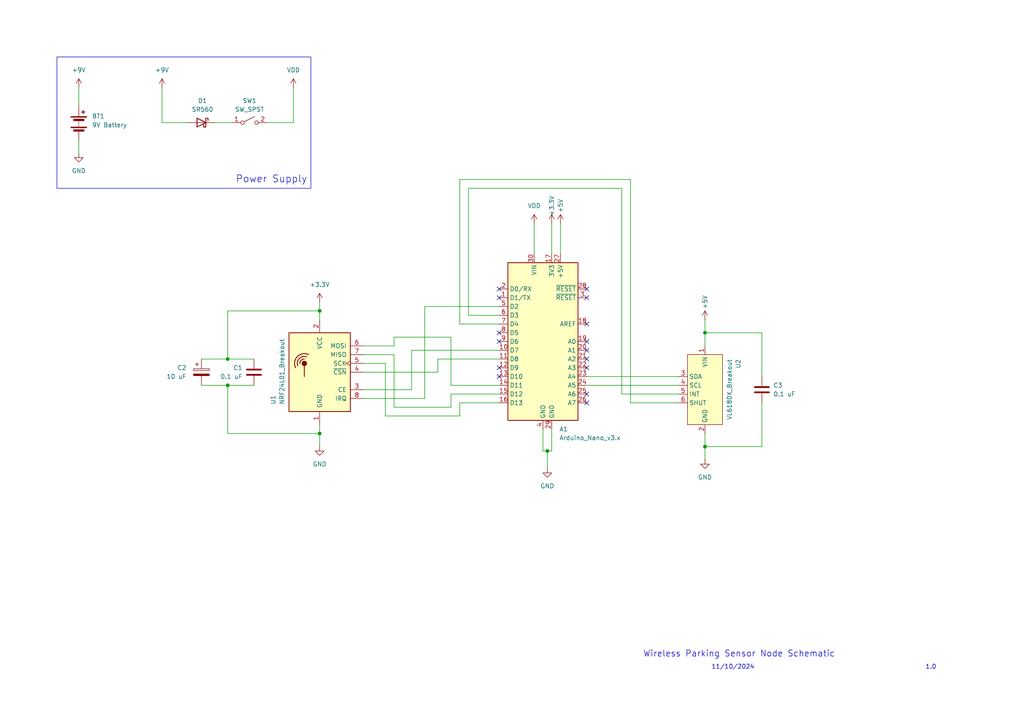
<source format=kicad_sch>
(kicad_sch
	(version 20231120)
	(generator "eeschema")
	(generator_version "8.0")
	(uuid "878885e0-2643-4094-a60f-1ca8dccd980e")
	(paper "A4")
	(lib_symbols
		(symbol "Breakout_Boards:VL6180X_Breakout"
			(exclude_from_sim no)
			(in_bom yes)
			(on_board yes)
			(property "Reference" "U"
				(at -6.604 0 0)
				(effects
					(font
						(size 1.27 1.27)
					)
				)
			)
			(property "Value" "VL6180X_Breakout"
				(at -14.986 -2.032 0)
				(effects
					(font
						(size 1.27 1.27)
					)
				)
			)
			(property "Footprint" "Breakout_Boards:VL6180X_Breakout"
				(at -23.114 -4.318 0)
				(effects
					(font
						(size 1.27 1.27)
					)
					(hide yes)
				)
			)
			(property "Datasheet" ""
				(at -6.35 -5.08 0)
				(effects
					(font
						(size 1.27 1.27)
					)
					(hide yes)
				)
			)
			(property "Description" ""
				(at -6.35 -5.08 0)
				(effects
					(font
						(size 1.27 1.27)
					)
					(hide yes)
				)
			)
			(property "ki_keywords" "distance, sensor, breakout"
				(at 0 0 0)
				(effects
					(font
						(size 1.27 1.27)
					)
					(hide yes)
				)
			)
			(symbol "VL6180X_Breakout_0_1"
				(rectangle
					(start -5.08 10.16)
					(end 5.08 -10.16)
					(stroke
						(width 0)
						(type default)
					)
					(fill
						(type color)
						(color 255 255 194 1)
					)
				)
			)
			(symbol "VL6180X_Breakout_1_1"
				(pin power_in line
					(at 0 12.7 270)
					(length 2.54)
					(name "VIN"
						(effects
							(font
								(size 1.27 1.27)
							)
						)
					)
					(number "1"
						(effects
							(font
								(size 1.27 1.27)
							)
						)
					)
				)
				(pin power_out line
					(at 0 -12.7 90)
					(length 2.54)
					(name "GND"
						(effects
							(font
								(size 1.27 1.27)
							)
						)
					)
					(number "2"
						(effects
							(font
								(size 1.27 1.27)
							)
						)
					)
				)
				(pin bidirectional line
					(at 7.62 3.81 180)
					(length 2.54)
					(name "SDA"
						(effects
							(font
								(size 1.27 1.27)
							)
						)
					)
					(number "3"
						(effects
							(font
								(size 1.27 1.27)
							)
						)
					)
				)
				(pin input line
					(at 7.62 1.27 180)
					(length 2.54)
					(name "SCL"
						(effects
							(font
								(size 1.27 1.27)
							)
						)
					)
					(number "4"
						(effects
							(font
								(size 1.27 1.27)
							)
						)
					)
				)
				(pin output line
					(at 7.62 -1.27 180)
					(length 2.54)
					(name "INT"
						(effects
							(font
								(size 1.27 1.27)
							)
						)
					)
					(number "5"
						(effects
							(font
								(size 1.27 1.27)
							)
						)
					)
				)
				(pin input line
					(at 7.62 -3.81 180)
					(length 2.54)
					(name "SHUT"
						(effects
							(font
								(size 1.27 1.27)
							)
						)
					)
					(number "6"
						(effects
							(font
								(size 1.27 1.27)
							)
						)
					)
				)
			)
		)
		(symbol "Device:Battery"
			(pin_numbers hide)
			(pin_names
				(offset 0) hide)
			(exclude_from_sim no)
			(in_bom yes)
			(on_board yes)
			(property "Reference" "BT"
				(at 2.54 2.54 0)
				(effects
					(font
						(size 1.27 1.27)
					)
					(justify left)
				)
			)
			(property "Value" "Battery"
				(at 2.54 0 0)
				(effects
					(font
						(size 1.27 1.27)
					)
					(justify left)
				)
			)
			(property "Footprint" ""
				(at 0 1.524 90)
				(effects
					(font
						(size 1.27 1.27)
					)
					(hide yes)
				)
			)
			(property "Datasheet" "~"
				(at 0 1.524 90)
				(effects
					(font
						(size 1.27 1.27)
					)
					(hide yes)
				)
			)
			(property "Description" "Multiple-cell battery"
				(at 0 0 0)
				(effects
					(font
						(size 1.27 1.27)
					)
					(hide yes)
				)
			)
			(property "ki_keywords" "batt voltage-source cell"
				(at 0 0 0)
				(effects
					(font
						(size 1.27 1.27)
					)
					(hide yes)
				)
			)
			(symbol "Battery_0_1"
				(rectangle
					(start -2.286 -1.27)
					(end 2.286 -1.524)
					(stroke
						(width 0)
						(type default)
					)
					(fill
						(type outline)
					)
				)
				(rectangle
					(start -2.286 1.778)
					(end 2.286 1.524)
					(stroke
						(width 0)
						(type default)
					)
					(fill
						(type outline)
					)
				)
				(rectangle
					(start -1.524 -2.032)
					(end 1.524 -2.54)
					(stroke
						(width 0)
						(type default)
					)
					(fill
						(type outline)
					)
				)
				(rectangle
					(start -1.524 1.016)
					(end 1.524 0.508)
					(stroke
						(width 0)
						(type default)
					)
					(fill
						(type outline)
					)
				)
				(polyline
					(pts
						(xy 0 -1.016) (xy 0 -0.762)
					)
					(stroke
						(width 0)
						(type default)
					)
					(fill
						(type none)
					)
				)
				(polyline
					(pts
						(xy 0 -0.508) (xy 0 -0.254)
					)
					(stroke
						(width 0)
						(type default)
					)
					(fill
						(type none)
					)
				)
				(polyline
					(pts
						(xy 0 0) (xy 0 0.254)
					)
					(stroke
						(width 0)
						(type default)
					)
					(fill
						(type none)
					)
				)
				(polyline
					(pts
						(xy 0 1.778) (xy 0 2.54)
					)
					(stroke
						(width 0)
						(type default)
					)
					(fill
						(type none)
					)
				)
				(polyline
					(pts
						(xy 0.762 3.048) (xy 1.778 3.048)
					)
					(stroke
						(width 0.254)
						(type default)
					)
					(fill
						(type none)
					)
				)
				(polyline
					(pts
						(xy 1.27 3.556) (xy 1.27 2.54)
					)
					(stroke
						(width 0.254)
						(type default)
					)
					(fill
						(type none)
					)
				)
			)
			(symbol "Battery_1_1"
				(pin passive line
					(at 0 5.08 270)
					(length 2.54)
					(name "+"
						(effects
							(font
								(size 1.27 1.27)
							)
						)
					)
					(number "1"
						(effects
							(font
								(size 1.27 1.27)
							)
						)
					)
				)
				(pin passive line
					(at 0 -5.08 90)
					(length 2.54)
					(name "-"
						(effects
							(font
								(size 1.27 1.27)
							)
						)
					)
					(number "2"
						(effects
							(font
								(size 1.27 1.27)
							)
						)
					)
				)
			)
		)
		(symbol "Device:C"
			(pin_numbers hide)
			(pin_names
				(offset 0.254)
			)
			(exclude_from_sim no)
			(in_bom yes)
			(on_board yes)
			(property "Reference" "C"
				(at 0.635 2.54 0)
				(effects
					(font
						(size 1.27 1.27)
					)
					(justify left)
				)
			)
			(property "Value" "C"
				(at 0.635 -2.54 0)
				(effects
					(font
						(size 1.27 1.27)
					)
					(justify left)
				)
			)
			(property "Footprint" ""
				(at 0.9652 -3.81 0)
				(effects
					(font
						(size 1.27 1.27)
					)
					(hide yes)
				)
			)
			(property "Datasheet" "~"
				(at 0 0 0)
				(effects
					(font
						(size 1.27 1.27)
					)
					(hide yes)
				)
			)
			(property "Description" "Unpolarized capacitor"
				(at 0 0 0)
				(effects
					(font
						(size 1.27 1.27)
					)
					(hide yes)
				)
			)
			(property "ki_keywords" "cap capacitor"
				(at 0 0 0)
				(effects
					(font
						(size 1.27 1.27)
					)
					(hide yes)
				)
			)
			(property "ki_fp_filters" "C_*"
				(at 0 0 0)
				(effects
					(font
						(size 1.27 1.27)
					)
					(hide yes)
				)
			)
			(symbol "C_0_1"
				(polyline
					(pts
						(xy -2.032 -0.762) (xy 2.032 -0.762)
					)
					(stroke
						(width 0.508)
						(type default)
					)
					(fill
						(type none)
					)
				)
				(polyline
					(pts
						(xy -2.032 0.762) (xy 2.032 0.762)
					)
					(stroke
						(width 0.508)
						(type default)
					)
					(fill
						(type none)
					)
				)
			)
			(symbol "C_1_1"
				(pin passive line
					(at 0 3.81 270)
					(length 2.794)
					(name "~"
						(effects
							(font
								(size 1.27 1.27)
							)
						)
					)
					(number "1"
						(effects
							(font
								(size 1.27 1.27)
							)
						)
					)
				)
				(pin passive line
					(at 0 -3.81 90)
					(length 2.794)
					(name "~"
						(effects
							(font
								(size 1.27 1.27)
							)
						)
					)
					(number "2"
						(effects
							(font
								(size 1.27 1.27)
							)
						)
					)
				)
			)
		)
		(symbol "Device:C_Polarized"
			(pin_numbers hide)
			(pin_names
				(offset 0.254)
			)
			(exclude_from_sim no)
			(in_bom yes)
			(on_board yes)
			(property "Reference" "C"
				(at 0.635 2.54 0)
				(effects
					(font
						(size 1.27 1.27)
					)
					(justify left)
				)
			)
			(property "Value" "C_Polarized"
				(at 0.635 -2.54 0)
				(effects
					(font
						(size 1.27 1.27)
					)
					(justify left)
				)
			)
			(property "Footprint" ""
				(at 0.9652 -3.81 0)
				(effects
					(font
						(size 1.27 1.27)
					)
					(hide yes)
				)
			)
			(property "Datasheet" "~"
				(at 0 0 0)
				(effects
					(font
						(size 1.27 1.27)
					)
					(hide yes)
				)
			)
			(property "Description" "Polarized capacitor"
				(at 0 0 0)
				(effects
					(font
						(size 1.27 1.27)
					)
					(hide yes)
				)
			)
			(property "ki_keywords" "cap capacitor"
				(at 0 0 0)
				(effects
					(font
						(size 1.27 1.27)
					)
					(hide yes)
				)
			)
			(property "ki_fp_filters" "CP_*"
				(at 0 0 0)
				(effects
					(font
						(size 1.27 1.27)
					)
					(hide yes)
				)
			)
			(symbol "C_Polarized_0_1"
				(rectangle
					(start -2.286 0.508)
					(end 2.286 1.016)
					(stroke
						(width 0)
						(type default)
					)
					(fill
						(type none)
					)
				)
				(polyline
					(pts
						(xy -1.778 2.286) (xy -0.762 2.286)
					)
					(stroke
						(width 0)
						(type default)
					)
					(fill
						(type none)
					)
				)
				(polyline
					(pts
						(xy -1.27 2.794) (xy -1.27 1.778)
					)
					(stroke
						(width 0)
						(type default)
					)
					(fill
						(type none)
					)
				)
				(rectangle
					(start 2.286 -0.508)
					(end -2.286 -1.016)
					(stroke
						(width 0)
						(type default)
					)
					(fill
						(type outline)
					)
				)
			)
			(symbol "C_Polarized_1_1"
				(pin passive line
					(at 0 3.81 270)
					(length 2.794)
					(name "~"
						(effects
							(font
								(size 1.27 1.27)
							)
						)
					)
					(number "1"
						(effects
							(font
								(size 1.27 1.27)
							)
						)
					)
				)
				(pin passive line
					(at 0 -3.81 90)
					(length 2.794)
					(name "~"
						(effects
							(font
								(size 1.27 1.27)
							)
						)
					)
					(number "2"
						(effects
							(font
								(size 1.27 1.27)
							)
						)
					)
				)
			)
		)
		(symbol "Device:D_Schottky"
			(pin_numbers hide)
			(pin_names
				(offset 1.016) hide)
			(exclude_from_sim no)
			(in_bom yes)
			(on_board yes)
			(property "Reference" "D"
				(at 0 2.54 0)
				(effects
					(font
						(size 1.27 1.27)
					)
				)
			)
			(property "Value" "D_Schottky"
				(at 0 -2.54 0)
				(effects
					(font
						(size 1.27 1.27)
					)
				)
			)
			(property "Footprint" ""
				(at 0 0 0)
				(effects
					(font
						(size 1.27 1.27)
					)
					(hide yes)
				)
			)
			(property "Datasheet" "~"
				(at 0 0 0)
				(effects
					(font
						(size 1.27 1.27)
					)
					(hide yes)
				)
			)
			(property "Description" "Schottky diode"
				(at 0 0 0)
				(effects
					(font
						(size 1.27 1.27)
					)
					(hide yes)
				)
			)
			(property "ki_keywords" "diode Schottky"
				(at 0 0 0)
				(effects
					(font
						(size 1.27 1.27)
					)
					(hide yes)
				)
			)
			(property "ki_fp_filters" "TO-???* *_Diode_* *SingleDiode* D_*"
				(at 0 0 0)
				(effects
					(font
						(size 1.27 1.27)
					)
					(hide yes)
				)
			)
			(symbol "D_Schottky_0_1"
				(polyline
					(pts
						(xy 1.27 0) (xy -1.27 0)
					)
					(stroke
						(width 0)
						(type default)
					)
					(fill
						(type none)
					)
				)
				(polyline
					(pts
						(xy 1.27 1.27) (xy 1.27 -1.27) (xy -1.27 0) (xy 1.27 1.27)
					)
					(stroke
						(width 0.254)
						(type default)
					)
					(fill
						(type none)
					)
				)
				(polyline
					(pts
						(xy -1.905 0.635) (xy -1.905 1.27) (xy -1.27 1.27) (xy -1.27 -1.27) (xy -0.635 -1.27) (xy -0.635 -0.635)
					)
					(stroke
						(width 0.254)
						(type default)
					)
					(fill
						(type none)
					)
				)
			)
			(symbol "D_Schottky_1_1"
				(pin passive line
					(at -3.81 0 0)
					(length 2.54)
					(name "K"
						(effects
							(font
								(size 1.27 1.27)
							)
						)
					)
					(number "1"
						(effects
							(font
								(size 1.27 1.27)
							)
						)
					)
				)
				(pin passive line
					(at 3.81 0 180)
					(length 2.54)
					(name "A"
						(effects
							(font
								(size 1.27 1.27)
							)
						)
					)
					(number "2"
						(effects
							(font
								(size 1.27 1.27)
							)
						)
					)
				)
			)
		)
		(symbol "MCU_Module:Arduino_Nano_v3.x"
			(exclude_from_sim no)
			(in_bom yes)
			(on_board yes)
			(property "Reference" "A"
				(at -10.16 23.495 0)
				(effects
					(font
						(size 1.27 1.27)
					)
					(justify left bottom)
				)
			)
			(property "Value" "Arduino_Nano_v3.x"
				(at 5.08 -24.13 0)
				(effects
					(font
						(size 1.27 1.27)
					)
					(justify left top)
				)
			)
			(property "Footprint" "Module:Arduino_Nano"
				(at 0 0 0)
				(effects
					(font
						(size 1.27 1.27)
						(italic yes)
					)
					(hide yes)
				)
			)
			(property "Datasheet" "http://www.mouser.com/pdfdocs/Gravitech_Arduino_Nano3_0.pdf"
				(at 0 0 0)
				(effects
					(font
						(size 1.27 1.27)
					)
					(hide yes)
				)
			)
			(property "Description" "Arduino Nano v3.x"
				(at 0 0 0)
				(effects
					(font
						(size 1.27 1.27)
					)
					(hide yes)
				)
			)
			(property "ki_keywords" "Arduino nano microcontroller module USB"
				(at 0 0 0)
				(effects
					(font
						(size 1.27 1.27)
					)
					(hide yes)
				)
			)
			(property "ki_fp_filters" "Arduino*Nano*"
				(at 0 0 0)
				(effects
					(font
						(size 1.27 1.27)
					)
					(hide yes)
				)
			)
			(symbol "Arduino_Nano_v3.x_0_1"
				(rectangle
					(start -10.16 22.86)
					(end 10.16 -22.86)
					(stroke
						(width 0.254)
						(type default)
					)
					(fill
						(type background)
					)
				)
			)
			(symbol "Arduino_Nano_v3.x_1_1"
				(pin bidirectional line
					(at -12.7 12.7 0)
					(length 2.54)
					(name "D1/TX"
						(effects
							(font
								(size 1.27 1.27)
							)
						)
					)
					(number "1"
						(effects
							(font
								(size 1.27 1.27)
							)
						)
					)
				)
				(pin bidirectional line
					(at -12.7 -2.54 0)
					(length 2.54)
					(name "D7"
						(effects
							(font
								(size 1.27 1.27)
							)
						)
					)
					(number "10"
						(effects
							(font
								(size 1.27 1.27)
							)
						)
					)
				)
				(pin bidirectional line
					(at -12.7 -5.08 0)
					(length 2.54)
					(name "D8"
						(effects
							(font
								(size 1.27 1.27)
							)
						)
					)
					(number "11"
						(effects
							(font
								(size 1.27 1.27)
							)
						)
					)
				)
				(pin bidirectional line
					(at -12.7 -7.62 0)
					(length 2.54)
					(name "D9"
						(effects
							(font
								(size 1.27 1.27)
							)
						)
					)
					(number "12"
						(effects
							(font
								(size 1.27 1.27)
							)
						)
					)
				)
				(pin bidirectional line
					(at -12.7 -10.16 0)
					(length 2.54)
					(name "D10"
						(effects
							(font
								(size 1.27 1.27)
							)
						)
					)
					(number "13"
						(effects
							(font
								(size 1.27 1.27)
							)
						)
					)
				)
				(pin bidirectional line
					(at -12.7 -12.7 0)
					(length 2.54)
					(name "D11"
						(effects
							(font
								(size 1.27 1.27)
							)
						)
					)
					(number "14"
						(effects
							(font
								(size 1.27 1.27)
							)
						)
					)
				)
				(pin bidirectional line
					(at -12.7 -15.24 0)
					(length 2.54)
					(name "D12"
						(effects
							(font
								(size 1.27 1.27)
							)
						)
					)
					(number "15"
						(effects
							(font
								(size 1.27 1.27)
							)
						)
					)
				)
				(pin bidirectional line
					(at -12.7 -17.78 0)
					(length 2.54)
					(name "D13"
						(effects
							(font
								(size 1.27 1.27)
							)
						)
					)
					(number "16"
						(effects
							(font
								(size 1.27 1.27)
							)
						)
					)
				)
				(pin power_out line
					(at 2.54 25.4 270)
					(length 2.54)
					(name "3V3"
						(effects
							(font
								(size 1.27 1.27)
							)
						)
					)
					(number "17"
						(effects
							(font
								(size 1.27 1.27)
							)
						)
					)
				)
				(pin input line
					(at 12.7 5.08 180)
					(length 2.54)
					(name "AREF"
						(effects
							(font
								(size 1.27 1.27)
							)
						)
					)
					(number "18"
						(effects
							(font
								(size 1.27 1.27)
							)
						)
					)
				)
				(pin bidirectional line
					(at 12.7 0 180)
					(length 2.54)
					(name "A0"
						(effects
							(font
								(size 1.27 1.27)
							)
						)
					)
					(number "19"
						(effects
							(font
								(size 1.27 1.27)
							)
						)
					)
				)
				(pin bidirectional line
					(at -12.7 15.24 0)
					(length 2.54)
					(name "D0/RX"
						(effects
							(font
								(size 1.27 1.27)
							)
						)
					)
					(number "2"
						(effects
							(font
								(size 1.27 1.27)
							)
						)
					)
				)
				(pin bidirectional line
					(at 12.7 -2.54 180)
					(length 2.54)
					(name "A1"
						(effects
							(font
								(size 1.27 1.27)
							)
						)
					)
					(number "20"
						(effects
							(font
								(size 1.27 1.27)
							)
						)
					)
				)
				(pin bidirectional line
					(at 12.7 -5.08 180)
					(length 2.54)
					(name "A2"
						(effects
							(font
								(size 1.27 1.27)
							)
						)
					)
					(number "21"
						(effects
							(font
								(size 1.27 1.27)
							)
						)
					)
				)
				(pin bidirectional line
					(at 12.7 -7.62 180)
					(length 2.54)
					(name "A3"
						(effects
							(font
								(size 1.27 1.27)
							)
						)
					)
					(number "22"
						(effects
							(font
								(size 1.27 1.27)
							)
						)
					)
				)
				(pin bidirectional line
					(at 12.7 -10.16 180)
					(length 2.54)
					(name "A4"
						(effects
							(font
								(size 1.27 1.27)
							)
						)
					)
					(number "23"
						(effects
							(font
								(size 1.27 1.27)
							)
						)
					)
				)
				(pin bidirectional line
					(at 12.7 -12.7 180)
					(length 2.54)
					(name "A5"
						(effects
							(font
								(size 1.27 1.27)
							)
						)
					)
					(number "24"
						(effects
							(font
								(size 1.27 1.27)
							)
						)
					)
				)
				(pin bidirectional line
					(at 12.7 -15.24 180)
					(length 2.54)
					(name "A6"
						(effects
							(font
								(size 1.27 1.27)
							)
						)
					)
					(number "25"
						(effects
							(font
								(size 1.27 1.27)
							)
						)
					)
				)
				(pin bidirectional line
					(at 12.7 -17.78 180)
					(length 2.54)
					(name "A7"
						(effects
							(font
								(size 1.27 1.27)
							)
						)
					)
					(number "26"
						(effects
							(font
								(size 1.27 1.27)
							)
						)
					)
				)
				(pin power_out line
					(at 5.08 25.4 270)
					(length 2.54)
					(name "+5V"
						(effects
							(font
								(size 1.27 1.27)
							)
						)
					)
					(number "27"
						(effects
							(font
								(size 1.27 1.27)
							)
						)
					)
				)
				(pin input line
					(at 12.7 15.24 180)
					(length 2.54)
					(name "~{RESET}"
						(effects
							(font
								(size 1.27 1.27)
							)
						)
					)
					(number "28"
						(effects
							(font
								(size 1.27 1.27)
							)
						)
					)
				)
				(pin power_in line
					(at 2.54 -25.4 90)
					(length 2.54)
					(name "GND"
						(effects
							(font
								(size 1.27 1.27)
							)
						)
					)
					(number "29"
						(effects
							(font
								(size 1.27 1.27)
							)
						)
					)
				)
				(pin input line
					(at 12.7 12.7 180)
					(length 2.54)
					(name "~{RESET}"
						(effects
							(font
								(size 1.27 1.27)
							)
						)
					)
					(number "3"
						(effects
							(font
								(size 1.27 1.27)
							)
						)
					)
				)
				(pin power_in line
					(at -2.54 25.4 270)
					(length 2.54)
					(name "VIN"
						(effects
							(font
								(size 1.27 1.27)
							)
						)
					)
					(number "30"
						(effects
							(font
								(size 1.27 1.27)
							)
						)
					)
				)
				(pin power_in line
					(at 0 -25.4 90)
					(length 2.54)
					(name "GND"
						(effects
							(font
								(size 1.27 1.27)
							)
						)
					)
					(number "4"
						(effects
							(font
								(size 1.27 1.27)
							)
						)
					)
				)
				(pin bidirectional line
					(at -12.7 10.16 0)
					(length 2.54)
					(name "D2"
						(effects
							(font
								(size 1.27 1.27)
							)
						)
					)
					(number "5"
						(effects
							(font
								(size 1.27 1.27)
							)
						)
					)
				)
				(pin bidirectional line
					(at -12.7 7.62 0)
					(length 2.54)
					(name "D3"
						(effects
							(font
								(size 1.27 1.27)
							)
						)
					)
					(number "6"
						(effects
							(font
								(size 1.27 1.27)
							)
						)
					)
				)
				(pin bidirectional line
					(at -12.7 5.08 0)
					(length 2.54)
					(name "D4"
						(effects
							(font
								(size 1.27 1.27)
							)
						)
					)
					(number "7"
						(effects
							(font
								(size 1.27 1.27)
							)
						)
					)
				)
				(pin bidirectional line
					(at -12.7 2.54 0)
					(length 2.54)
					(name "D5"
						(effects
							(font
								(size 1.27 1.27)
							)
						)
					)
					(number "8"
						(effects
							(font
								(size 1.27 1.27)
							)
						)
					)
				)
				(pin bidirectional line
					(at -12.7 0 0)
					(length 2.54)
					(name "D6"
						(effects
							(font
								(size 1.27 1.27)
							)
						)
					)
					(number "9"
						(effects
							(font
								(size 1.27 1.27)
							)
						)
					)
				)
			)
		)
		(symbol "RF:NRF24L01_Breakout"
			(pin_names
				(offset 1.016)
			)
			(exclude_from_sim no)
			(in_bom yes)
			(on_board yes)
			(property "Reference" "U"
				(at -8.89 12.7 0)
				(effects
					(font
						(size 1.27 1.27)
					)
					(justify left)
				)
			)
			(property "Value" "NRF24L01_Breakout"
				(at 3.81 12.7 0)
				(effects
					(font
						(size 1.27 1.27)
					)
					(justify left)
				)
			)
			(property "Footprint" "RF_Module:nRF24L01_Breakout"
				(at 3.81 15.24 0)
				(effects
					(font
						(size 1.27 1.27)
						(italic yes)
					)
					(justify left)
					(hide yes)
				)
			)
			(property "Datasheet" "http://www.nordicsemi.com/eng/content/download/2730/34105/file/nRF24L01_Product_Specification_v2_0.pdf"
				(at 0 -2.54 0)
				(effects
					(font
						(size 1.27 1.27)
					)
					(hide yes)
				)
			)
			(property "Description" "Ultra low power 2.4GHz RF Transceiver, Carrier PCB"
				(at 0 0 0)
				(effects
					(font
						(size 1.27 1.27)
					)
					(hide yes)
				)
			)
			(property "ki_keywords" "Low Power RF Transceiver breakout carrier"
				(at 0 0 0)
				(effects
					(font
						(size 1.27 1.27)
					)
					(hide yes)
				)
			)
			(property "ki_fp_filters" "nRF24L01*Breakout*"
				(at 0 0 0)
				(effects
					(font
						(size 1.27 1.27)
					)
					(hide yes)
				)
			)
			(symbol "NRF24L01_Breakout_0_1"
				(rectangle
					(start -8.89 11.43)
					(end 8.89 -11.43)
					(stroke
						(width 0.254)
						(type default)
					)
					(fill
						(type background)
					)
				)
				(polyline
					(pts
						(xy 4.445 1.905) (xy 4.445 -1.27)
					)
					(stroke
						(width 0.254)
						(type default)
					)
					(fill
						(type none)
					)
				)
				(circle
					(center 4.445 2.54)
					(radius 0.635)
					(stroke
						(width 0.254)
						(type default)
					)
					(fill
						(type outline)
					)
				)
				(arc
					(start 5.715 2.54)
					(mid 5.3521 3.4546)
					(end 4.445 3.81)
					(stroke
						(width 0.254)
						(type default)
					)
					(fill
						(type none)
					)
				)
				(arc
					(start 6.35 1.905)
					(mid 5.8763 3.9854)
					(end 3.81 4.445)
					(stroke
						(width 0.254)
						(type default)
					)
					(fill
						(type none)
					)
				)
				(arc
					(start 6.985 1.27)
					(mid 6.453 4.548)
					(end 3.175 5.08)
					(stroke
						(width 0.254)
						(type default)
					)
					(fill
						(type none)
					)
				)
			)
			(symbol "NRF24L01_Breakout_1_1"
				(pin power_in line
					(at 0 -15.24 90)
					(length 3.81)
					(name "GND"
						(effects
							(font
								(size 1.27 1.27)
							)
						)
					)
					(number "1"
						(effects
							(font
								(size 1.27 1.27)
							)
						)
					)
				)
				(pin power_in line
					(at 0 15.24 270)
					(length 3.81)
					(name "VCC"
						(effects
							(font
								(size 1.27 1.27)
							)
						)
					)
					(number "2"
						(effects
							(font
								(size 1.27 1.27)
							)
						)
					)
				)
				(pin input line
					(at -12.7 -5.08 0)
					(length 3.81)
					(name "CE"
						(effects
							(font
								(size 1.27 1.27)
							)
						)
					)
					(number "3"
						(effects
							(font
								(size 1.27 1.27)
							)
						)
					)
				)
				(pin input line
					(at -12.7 0 0)
					(length 3.81)
					(name "~{CSN}"
						(effects
							(font
								(size 1.27 1.27)
							)
						)
					)
					(number "4"
						(effects
							(font
								(size 1.27 1.27)
							)
						)
					)
				)
				(pin input clock
					(at -12.7 2.54 0)
					(length 3.81)
					(name "SCK"
						(effects
							(font
								(size 1.27 1.27)
							)
						)
					)
					(number "5"
						(effects
							(font
								(size 1.27 1.27)
							)
						)
					)
				)
				(pin input line
					(at -12.7 7.62 0)
					(length 3.81)
					(name "MOSI"
						(effects
							(font
								(size 1.27 1.27)
							)
						)
					)
					(number "6"
						(effects
							(font
								(size 1.27 1.27)
							)
						)
					)
				)
				(pin output line
					(at -12.7 5.08 0)
					(length 3.81)
					(name "MISO"
						(effects
							(font
								(size 1.27 1.27)
							)
						)
					)
					(number "7"
						(effects
							(font
								(size 1.27 1.27)
							)
						)
					)
				)
				(pin output line
					(at -12.7 -7.62 0)
					(length 3.81)
					(name "IRQ"
						(effects
							(font
								(size 1.27 1.27)
							)
						)
					)
					(number "8"
						(effects
							(font
								(size 1.27 1.27)
							)
						)
					)
				)
			)
		)
		(symbol "Switch:SW_SPST"
			(pin_names
				(offset 0) hide)
			(exclude_from_sim no)
			(in_bom yes)
			(on_board yes)
			(property "Reference" "SW"
				(at 0 3.175 0)
				(effects
					(font
						(size 1.27 1.27)
					)
				)
			)
			(property "Value" "SW_SPST"
				(at 0 -2.54 0)
				(effects
					(font
						(size 1.27 1.27)
					)
				)
			)
			(property "Footprint" ""
				(at 0 0 0)
				(effects
					(font
						(size 1.27 1.27)
					)
					(hide yes)
				)
			)
			(property "Datasheet" "~"
				(at 0 0 0)
				(effects
					(font
						(size 1.27 1.27)
					)
					(hide yes)
				)
			)
			(property "Description" "Single Pole Single Throw (SPST) switch"
				(at 0 0 0)
				(effects
					(font
						(size 1.27 1.27)
					)
					(hide yes)
				)
			)
			(property "ki_keywords" "switch lever"
				(at 0 0 0)
				(effects
					(font
						(size 1.27 1.27)
					)
					(hide yes)
				)
			)
			(symbol "SW_SPST_0_0"
				(circle
					(center -2.032 0)
					(radius 0.508)
					(stroke
						(width 0)
						(type default)
					)
					(fill
						(type none)
					)
				)
				(polyline
					(pts
						(xy -1.524 0.254) (xy 1.524 1.778)
					)
					(stroke
						(width 0)
						(type default)
					)
					(fill
						(type none)
					)
				)
				(circle
					(center 2.032 0)
					(radius 0.508)
					(stroke
						(width 0)
						(type default)
					)
					(fill
						(type none)
					)
				)
			)
			(symbol "SW_SPST_1_1"
				(pin passive line
					(at -5.08 0 0)
					(length 2.54)
					(name "A"
						(effects
							(font
								(size 1.27 1.27)
							)
						)
					)
					(number "1"
						(effects
							(font
								(size 1.27 1.27)
							)
						)
					)
				)
				(pin passive line
					(at 5.08 0 180)
					(length 2.54)
					(name "B"
						(effects
							(font
								(size 1.27 1.27)
							)
						)
					)
					(number "2"
						(effects
							(font
								(size 1.27 1.27)
							)
						)
					)
				)
			)
		)
		(symbol "power:+3.3V"
			(power)
			(pin_numbers hide)
			(pin_names
				(offset 0) hide)
			(exclude_from_sim no)
			(in_bom yes)
			(on_board yes)
			(property "Reference" "#PWR"
				(at 0 -3.81 0)
				(effects
					(font
						(size 1.27 1.27)
					)
					(hide yes)
				)
			)
			(property "Value" "+3.3V"
				(at 0 3.556 0)
				(effects
					(font
						(size 1.27 1.27)
					)
				)
			)
			(property "Footprint" ""
				(at 0 0 0)
				(effects
					(font
						(size 1.27 1.27)
					)
					(hide yes)
				)
			)
			(property "Datasheet" ""
				(at 0 0 0)
				(effects
					(font
						(size 1.27 1.27)
					)
					(hide yes)
				)
			)
			(property "Description" "Power symbol creates a global label with name \"+3.3V\""
				(at 0 0 0)
				(effects
					(font
						(size 1.27 1.27)
					)
					(hide yes)
				)
			)
			(property "ki_keywords" "global power"
				(at 0 0 0)
				(effects
					(font
						(size 1.27 1.27)
					)
					(hide yes)
				)
			)
			(symbol "+3.3V_0_1"
				(polyline
					(pts
						(xy -0.762 1.27) (xy 0 2.54)
					)
					(stroke
						(width 0)
						(type default)
					)
					(fill
						(type none)
					)
				)
				(polyline
					(pts
						(xy 0 0) (xy 0 2.54)
					)
					(stroke
						(width 0)
						(type default)
					)
					(fill
						(type none)
					)
				)
				(polyline
					(pts
						(xy 0 2.54) (xy 0.762 1.27)
					)
					(stroke
						(width 0)
						(type default)
					)
					(fill
						(type none)
					)
				)
			)
			(symbol "+3.3V_1_1"
				(pin power_in line
					(at 0 0 90)
					(length 0)
					(name "~"
						(effects
							(font
								(size 1.27 1.27)
							)
						)
					)
					(number "1"
						(effects
							(font
								(size 1.27 1.27)
							)
						)
					)
				)
			)
		)
		(symbol "power:+5V"
			(power)
			(pin_numbers hide)
			(pin_names
				(offset 0) hide)
			(exclude_from_sim no)
			(in_bom yes)
			(on_board yes)
			(property "Reference" "#PWR"
				(at 0 -3.81 0)
				(effects
					(font
						(size 1.27 1.27)
					)
					(hide yes)
				)
			)
			(property "Value" "+5V"
				(at 0 3.556 0)
				(effects
					(font
						(size 1.27 1.27)
					)
				)
			)
			(property "Footprint" ""
				(at 0 0 0)
				(effects
					(font
						(size 1.27 1.27)
					)
					(hide yes)
				)
			)
			(property "Datasheet" ""
				(at 0 0 0)
				(effects
					(font
						(size 1.27 1.27)
					)
					(hide yes)
				)
			)
			(property "Description" "Power symbol creates a global label with name \"+5V\""
				(at 0 0 0)
				(effects
					(font
						(size 1.27 1.27)
					)
					(hide yes)
				)
			)
			(property "ki_keywords" "global power"
				(at 0 0 0)
				(effects
					(font
						(size 1.27 1.27)
					)
					(hide yes)
				)
			)
			(symbol "+5V_0_1"
				(polyline
					(pts
						(xy -0.762 1.27) (xy 0 2.54)
					)
					(stroke
						(width 0)
						(type default)
					)
					(fill
						(type none)
					)
				)
				(polyline
					(pts
						(xy 0 0) (xy 0 2.54)
					)
					(stroke
						(width 0)
						(type default)
					)
					(fill
						(type none)
					)
				)
				(polyline
					(pts
						(xy 0 2.54) (xy 0.762 1.27)
					)
					(stroke
						(width 0)
						(type default)
					)
					(fill
						(type none)
					)
				)
			)
			(symbol "+5V_1_1"
				(pin power_in line
					(at 0 0 90)
					(length 0)
					(name "~"
						(effects
							(font
								(size 1.27 1.27)
							)
						)
					)
					(number "1"
						(effects
							(font
								(size 1.27 1.27)
							)
						)
					)
				)
			)
		)
		(symbol "power:+9V"
			(power)
			(pin_numbers hide)
			(pin_names
				(offset 0) hide)
			(exclude_from_sim no)
			(in_bom yes)
			(on_board yes)
			(property "Reference" "#PWR"
				(at 0 -3.81 0)
				(effects
					(font
						(size 1.27 1.27)
					)
					(hide yes)
				)
			)
			(property "Value" "+9V"
				(at 0 3.556 0)
				(effects
					(font
						(size 1.27 1.27)
					)
				)
			)
			(property "Footprint" ""
				(at 0 0 0)
				(effects
					(font
						(size 1.27 1.27)
					)
					(hide yes)
				)
			)
			(property "Datasheet" ""
				(at 0 0 0)
				(effects
					(font
						(size 1.27 1.27)
					)
					(hide yes)
				)
			)
			(property "Description" "Power symbol creates a global label with name \"+9V\""
				(at 0 0 0)
				(effects
					(font
						(size 1.27 1.27)
					)
					(hide yes)
				)
			)
			(property "ki_keywords" "global power"
				(at 0 0 0)
				(effects
					(font
						(size 1.27 1.27)
					)
					(hide yes)
				)
			)
			(symbol "+9V_0_1"
				(polyline
					(pts
						(xy -0.762 1.27) (xy 0 2.54)
					)
					(stroke
						(width 0)
						(type default)
					)
					(fill
						(type none)
					)
				)
				(polyline
					(pts
						(xy 0 0) (xy 0 2.54)
					)
					(stroke
						(width 0)
						(type default)
					)
					(fill
						(type none)
					)
				)
				(polyline
					(pts
						(xy 0 2.54) (xy 0.762 1.27)
					)
					(stroke
						(width 0)
						(type default)
					)
					(fill
						(type none)
					)
				)
			)
			(symbol "+9V_1_1"
				(pin power_in line
					(at 0 0 90)
					(length 0)
					(name "~"
						(effects
							(font
								(size 1.27 1.27)
							)
						)
					)
					(number "1"
						(effects
							(font
								(size 1.27 1.27)
							)
						)
					)
				)
			)
		)
		(symbol "power:GND"
			(power)
			(pin_numbers hide)
			(pin_names
				(offset 0) hide)
			(exclude_from_sim no)
			(in_bom yes)
			(on_board yes)
			(property "Reference" "#PWR"
				(at 0 -6.35 0)
				(effects
					(font
						(size 1.27 1.27)
					)
					(hide yes)
				)
			)
			(property "Value" "GND"
				(at 0 -3.81 0)
				(effects
					(font
						(size 1.27 1.27)
					)
				)
			)
			(property "Footprint" ""
				(at 0 0 0)
				(effects
					(font
						(size 1.27 1.27)
					)
					(hide yes)
				)
			)
			(property "Datasheet" ""
				(at 0 0 0)
				(effects
					(font
						(size 1.27 1.27)
					)
					(hide yes)
				)
			)
			(property "Description" "Power symbol creates a global label with name \"GND\" , ground"
				(at 0 0 0)
				(effects
					(font
						(size 1.27 1.27)
					)
					(hide yes)
				)
			)
			(property "ki_keywords" "global power"
				(at 0 0 0)
				(effects
					(font
						(size 1.27 1.27)
					)
					(hide yes)
				)
			)
			(symbol "GND_0_1"
				(polyline
					(pts
						(xy 0 0) (xy 0 -1.27) (xy 1.27 -1.27) (xy 0 -2.54) (xy -1.27 -1.27) (xy 0 -1.27)
					)
					(stroke
						(width 0)
						(type default)
					)
					(fill
						(type none)
					)
				)
			)
			(symbol "GND_1_1"
				(pin power_in line
					(at 0 0 270)
					(length 0)
					(name "~"
						(effects
							(font
								(size 1.27 1.27)
							)
						)
					)
					(number "1"
						(effects
							(font
								(size 1.27 1.27)
							)
						)
					)
				)
			)
		)
		(symbol "power:VDD"
			(power)
			(pin_numbers hide)
			(pin_names
				(offset 0) hide)
			(exclude_from_sim no)
			(in_bom yes)
			(on_board yes)
			(property "Reference" "#PWR"
				(at 0 -3.81 0)
				(effects
					(font
						(size 1.27 1.27)
					)
					(hide yes)
				)
			)
			(property "Value" "VDD"
				(at 0 3.556 0)
				(effects
					(font
						(size 1.27 1.27)
					)
				)
			)
			(property "Footprint" ""
				(at 0 0 0)
				(effects
					(font
						(size 1.27 1.27)
					)
					(hide yes)
				)
			)
			(property "Datasheet" ""
				(at 0 0 0)
				(effects
					(font
						(size 1.27 1.27)
					)
					(hide yes)
				)
			)
			(property "Description" "Power symbol creates a global label with name \"VDD\""
				(at 0 0 0)
				(effects
					(font
						(size 1.27 1.27)
					)
					(hide yes)
				)
			)
			(property "ki_keywords" "global power"
				(at 0 0 0)
				(effects
					(font
						(size 1.27 1.27)
					)
					(hide yes)
				)
			)
			(symbol "VDD_0_1"
				(polyline
					(pts
						(xy -0.762 1.27) (xy 0 2.54)
					)
					(stroke
						(width 0)
						(type default)
					)
					(fill
						(type none)
					)
				)
				(polyline
					(pts
						(xy 0 0) (xy 0 2.54)
					)
					(stroke
						(width 0)
						(type default)
					)
					(fill
						(type none)
					)
				)
				(polyline
					(pts
						(xy 0 2.54) (xy 0.762 1.27)
					)
					(stroke
						(width 0)
						(type default)
					)
					(fill
						(type none)
					)
				)
			)
			(symbol "VDD_1_1"
				(pin power_in line
					(at 0 0 90)
					(length 0)
					(name "~"
						(effects
							(font
								(size 1.27 1.27)
							)
						)
					)
					(number "1"
						(effects
							(font
								(size 1.27 1.27)
							)
						)
					)
				)
			)
		)
	)
	(junction
		(at 158.75 130.81)
		(diameter 0)
		(color 0 0 0 0)
		(uuid "3c968e92-ca03-43db-852d-2272f79efee9")
	)
	(junction
		(at 204.47 96.52)
		(diameter 0)
		(color 0 0 0 0)
		(uuid "8a329413-b39c-40d2-a12a-fe2c8c421fad")
	)
	(junction
		(at 92.71 125.73)
		(diameter 0)
		(color 0 0 0 0)
		(uuid "a49ee975-3cf6-4a19-8a6c-ad39a2b0d351")
	)
	(junction
		(at 92.71 90.17)
		(diameter 0)
		(color 0 0 0 0)
		(uuid "ac0ab76b-64f0-47dc-b05a-135aa371ee2b")
	)
	(junction
		(at 66.04 111.76)
		(diameter 0)
		(color 0 0 0 0)
		(uuid "cd97cd00-e8e3-439a-b62f-3a9a0eacdbef")
	)
	(junction
		(at 66.04 104.14)
		(diameter 0)
		(color 0 0 0 0)
		(uuid "dd2c769c-8693-4b33-96dc-bf16976bc500")
	)
	(junction
		(at 204.47 129.54)
		(diameter 0)
		(color 0 0 0 0)
		(uuid "f95561b3-d533-45ad-8518-70bbee33a9f5")
	)
	(no_connect
		(at 144.78 83.82)
		(uuid "1e1f4e72-4fb7-49f5-8a1f-4c265fc8440d")
	)
	(no_connect
		(at 144.78 86.36)
		(uuid "411c0d8c-4f1e-4821-a3f9-22466016a027")
	)
	(no_connect
		(at 170.18 116.84)
		(uuid "47495899-2b3c-4ad7-ba71-d456279f4578")
	)
	(no_connect
		(at 170.18 104.14)
		(uuid "48f9dad7-5fd8-4630-90b8-170070df3758")
	)
	(no_connect
		(at 170.18 83.82)
		(uuid "4980c509-a69b-4b00-9785-520f7fc8994a")
	)
	(no_connect
		(at 170.18 99.06)
		(uuid "5558d31c-8e64-4b9f-b382-f1f8c674cd01")
	)
	(no_connect
		(at 170.18 114.3)
		(uuid "5c70e46e-ac29-4642-a8ef-e3b5598c0de8")
	)
	(no_connect
		(at 170.18 93.98)
		(uuid "67c222bd-c34f-4b5a-8090-1db96793173c")
	)
	(no_connect
		(at 144.78 109.22)
		(uuid "69046de1-3f67-4692-883a-22b37e9382bd")
	)
	(no_connect
		(at 144.78 106.68)
		(uuid "82440920-f174-4a7a-837e-095a56206352")
	)
	(no_connect
		(at 144.78 96.52)
		(uuid "ab51b06e-40f2-4fac-89b2-98e5607be6a2")
	)
	(no_connect
		(at 170.18 86.36)
		(uuid "ae41c3a7-a3e7-4149-ba1d-ffe240f9d680")
	)
	(no_connect
		(at 170.18 106.68)
		(uuid "bcf5903a-3e99-46fc-a31b-48c0f5d73cca")
	)
	(no_connect
		(at 144.78 99.06)
		(uuid "d54bf64e-d9ea-44d2-ba27-7b826de9fe32")
	)
	(no_connect
		(at 170.18 101.6)
		(uuid "ec294225-3afb-4892-8514-1ad3b46377b5")
	)
	(wire
		(pts
			(xy 105.41 107.95) (xy 127 107.95)
		)
		(stroke
			(width 0)
			(type default)
		)
		(uuid "003d1706-b1bc-4ee8-a3b6-62383c6c4560")
	)
	(wire
		(pts
			(xy 105.41 113.03) (xy 119.38 113.03)
		)
		(stroke
			(width 0)
			(type default)
		)
		(uuid "01c07ae3-f987-46e6-a36e-57ebfb7f90a4")
	)
	(wire
		(pts
			(xy 135.89 91.44) (xy 135.89 54.61)
		)
		(stroke
			(width 0)
			(type default)
		)
		(uuid "01f25e73-6d00-4aa0-814e-423d5df2a400")
	)
	(wire
		(pts
			(xy 160.02 124.46) (xy 160.02 130.81)
		)
		(stroke
			(width 0)
			(type default)
		)
		(uuid "09300f57-ecd2-4a26-8e25-7b7a8ba279c7")
	)
	(wire
		(pts
			(xy 77.47 35.56) (xy 85.09 35.56)
		)
		(stroke
			(width 0)
			(type default)
		)
		(uuid "0b6de92e-35d5-46d8-b071-3f5d9c6aa1e8")
	)
	(wire
		(pts
			(xy 111.76 120.65) (xy 133.35 120.65)
		)
		(stroke
			(width 0)
			(type default)
		)
		(uuid "0c6d7b2d-6a7b-4fe6-9372-bc0f68d2e6e6")
	)
	(wire
		(pts
			(xy 180.34 54.61) (xy 180.34 114.3)
		)
		(stroke
			(width 0)
			(type default)
		)
		(uuid "0ebdf7c7-00f9-4c8a-94a5-9ebe0ed994f2")
	)
	(wire
		(pts
			(xy 58.42 104.14) (xy 66.04 104.14)
		)
		(stroke
			(width 0)
			(type default)
		)
		(uuid "19ea673e-d5f8-481b-a7ad-e1ef55055c30")
	)
	(wire
		(pts
			(xy 220.98 129.54) (xy 204.47 129.54)
		)
		(stroke
			(width 0)
			(type default)
		)
		(uuid "1b952353-5460-4d76-a04c-a122cc15b8e3")
	)
	(wire
		(pts
			(xy 127 107.95) (xy 127 104.14)
		)
		(stroke
			(width 0)
			(type default)
		)
		(uuid "1ce70f28-7afd-413f-8f25-aeee1bf10870")
	)
	(wire
		(pts
			(xy 92.71 87.63) (xy 92.71 90.17)
		)
		(stroke
			(width 0)
			(type default)
		)
		(uuid "21e336bb-981e-4e83-842a-e39c150f7c91")
	)
	(wire
		(pts
			(xy 144.78 88.9) (xy 123.19 88.9)
		)
		(stroke
			(width 0)
			(type default)
		)
		(uuid "2837508b-9d80-4a03-adf9-85ac97e2998e")
	)
	(wire
		(pts
			(xy 133.35 116.84) (xy 144.78 116.84)
		)
		(stroke
			(width 0)
			(type default)
		)
		(uuid "285b787b-0f52-489e-8b57-40c6424e549f")
	)
	(wire
		(pts
			(xy 114.3 97.79) (xy 130.81 97.79)
		)
		(stroke
			(width 0)
			(type default)
		)
		(uuid "3133631b-54fc-4801-90f5-9be16da7572e")
	)
	(wire
		(pts
			(xy 92.71 90.17) (xy 92.71 92.71)
		)
		(stroke
			(width 0)
			(type default)
		)
		(uuid "32dc56cd-7c88-489c-9d56-c266bfc13396")
	)
	(wire
		(pts
			(xy 220.98 96.52) (xy 204.47 96.52)
		)
		(stroke
			(width 0)
			(type default)
		)
		(uuid "36c457d6-6791-4fbc-938d-f1c6f495f819")
	)
	(wire
		(pts
			(xy 130.81 97.79) (xy 130.81 111.76)
		)
		(stroke
			(width 0)
			(type default)
		)
		(uuid "3c78b834-9b62-463d-8349-95ea565db220")
	)
	(wire
		(pts
			(xy 22.86 25.4) (xy 22.86 30.48)
		)
		(stroke
			(width 0)
			(type default)
		)
		(uuid "3e7e6953-88d6-4d70-951d-90181a9893e7")
	)
	(wire
		(pts
			(xy 157.48 130.81) (xy 158.75 130.81)
		)
		(stroke
			(width 0)
			(type default)
		)
		(uuid "3f7ffe34-3328-4e5f-a5b6-0eaf51cbb42f")
	)
	(wire
		(pts
			(xy 154.94 64.77) (xy 154.94 73.66)
		)
		(stroke
			(width 0)
			(type default)
		)
		(uuid "3f933eba-e9ff-4a33-b0c9-ce8c0b0ff8ed")
	)
	(wire
		(pts
			(xy 66.04 90.17) (xy 92.71 90.17)
		)
		(stroke
			(width 0)
			(type default)
		)
		(uuid "40f4973b-511f-4bc9-b593-4248ea402178")
	)
	(wire
		(pts
			(xy 66.04 104.14) (xy 73.66 104.14)
		)
		(stroke
			(width 0)
			(type default)
		)
		(uuid "44490194-8c75-4da3-bef4-fcd5a545c79e")
	)
	(wire
		(pts
			(xy 66.04 90.17) (xy 66.04 104.14)
		)
		(stroke
			(width 0)
			(type default)
		)
		(uuid "5181a8b1-a691-470d-b73d-b63b14c2da1c")
	)
	(wire
		(pts
			(xy 119.38 101.6) (xy 144.78 101.6)
		)
		(stroke
			(width 0)
			(type default)
		)
		(uuid "51b92884-9380-4333-8791-e5dc2d24a9a5")
	)
	(wire
		(pts
			(xy 62.23 35.56) (xy 67.31 35.56)
		)
		(stroke
			(width 0)
			(type default)
		)
		(uuid "5a257870-d62b-4a15-9c1c-a8b01a18a3e4")
	)
	(wire
		(pts
			(xy 54.61 35.56) (xy 46.99 35.56)
		)
		(stroke
			(width 0)
			(type default)
		)
		(uuid "5a925edc-2e37-41b1-9e40-6c88c93f6ad4")
	)
	(wire
		(pts
			(xy 66.04 111.76) (xy 73.66 111.76)
		)
		(stroke
			(width 0)
			(type default)
		)
		(uuid "5c93c7f6-3d6e-4b45-8e56-72a7f6b8a530")
	)
	(wire
		(pts
			(xy 204.47 129.54) (xy 204.47 133.35)
		)
		(stroke
			(width 0)
			(type default)
		)
		(uuid "5deff8e4-ec11-4ca8-9c96-89ec616cf062")
	)
	(wire
		(pts
			(xy 157.48 124.46) (xy 157.48 130.81)
		)
		(stroke
			(width 0)
			(type default)
		)
		(uuid "5e909f88-0782-46e0-ba87-7893ce0638db")
	)
	(wire
		(pts
			(xy 114.3 97.79) (xy 114.3 100.33)
		)
		(stroke
			(width 0)
			(type default)
		)
		(uuid "5f54570a-0d12-428e-b898-476959c946c3")
	)
	(wire
		(pts
			(xy 133.35 93.98) (xy 144.78 93.98)
		)
		(stroke
			(width 0)
			(type default)
		)
		(uuid "5f8fd0ab-96ad-4558-84f3-ff493025b9be")
	)
	(wire
		(pts
			(xy 119.38 113.03) (xy 119.38 101.6)
		)
		(stroke
			(width 0)
			(type default)
		)
		(uuid "64fb7b6e-e08a-4a15-865e-7e1cc9521217")
	)
	(wire
		(pts
			(xy 85.09 25.4) (xy 85.09 35.56)
		)
		(stroke
			(width 0)
			(type default)
		)
		(uuid "654cf022-9e9b-4da1-b4a3-6b54316e23c4")
	)
	(wire
		(pts
			(xy 220.98 109.22) (xy 220.98 96.52)
		)
		(stroke
			(width 0)
			(type default)
		)
		(uuid "73cc4187-bf4f-4b72-9fcd-74f953c440e1")
	)
	(wire
		(pts
			(xy 92.71 125.73) (xy 92.71 129.54)
		)
		(stroke
			(width 0)
			(type default)
		)
		(uuid "767e9b48-ce65-4ee2-958a-2a819af3f90d")
	)
	(wire
		(pts
			(xy 162.56 64.77) (xy 162.56 73.66)
		)
		(stroke
			(width 0)
			(type default)
		)
		(uuid "7895eb27-7bee-46c9-b47e-4de5c31a3ae8")
	)
	(wire
		(pts
			(xy 46.99 35.56) (xy 46.99 25.4)
		)
		(stroke
			(width 0)
			(type default)
		)
		(uuid "7e3d00ee-c675-421f-9538-065156079675")
	)
	(wire
		(pts
			(xy 133.35 52.07) (xy 182.88 52.07)
		)
		(stroke
			(width 0)
			(type default)
		)
		(uuid "7e7520bf-a922-4987-be4e-7619e4211b29")
	)
	(wire
		(pts
			(xy 114.3 118.11) (xy 130.81 118.11)
		)
		(stroke
			(width 0)
			(type default)
		)
		(uuid "84013232-a1b7-41bf-90ed-34dfbece0737")
	)
	(wire
		(pts
			(xy 158.75 135.89) (xy 158.75 130.81)
		)
		(stroke
			(width 0)
			(type default)
		)
		(uuid "8cc70446-2df6-4ab1-9051-6e6f78f30d13")
	)
	(wire
		(pts
			(xy 105.41 102.87) (xy 114.3 102.87)
		)
		(stroke
			(width 0)
			(type default)
		)
		(uuid "901b227c-ccf7-4c25-bea9-c1a5565ddc28")
	)
	(wire
		(pts
			(xy 160.02 130.81) (xy 158.75 130.81)
		)
		(stroke
			(width 0)
			(type default)
		)
		(uuid "92cc0f42-5aa2-4fce-b641-8e3663f66c71")
	)
	(wire
		(pts
			(xy 220.98 116.84) (xy 220.98 129.54)
		)
		(stroke
			(width 0)
			(type default)
		)
		(uuid "9d4b526d-7e3b-4852-963a-34250ea7dd5b")
	)
	(wire
		(pts
			(xy 204.47 92.71) (xy 204.47 96.52)
		)
		(stroke
			(width 0)
			(type default)
		)
		(uuid "9e1cdcf8-290d-4d28-b3f4-04c2d9046375")
	)
	(wire
		(pts
			(xy 130.81 111.76) (xy 144.78 111.76)
		)
		(stroke
			(width 0)
			(type default)
		)
		(uuid "a12a1e0a-c3d3-46e1-b717-940e935e53d7")
	)
	(wire
		(pts
			(xy 66.04 125.73) (xy 92.71 125.73)
		)
		(stroke
			(width 0)
			(type default)
		)
		(uuid "a22faa83-6aca-41d9-83a2-cc22ace22820")
	)
	(wire
		(pts
			(xy 130.81 114.3) (xy 130.81 118.11)
		)
		(stroke
			(width 0)
			(type default)
		)
		(uuid "a33187cb-3ec8-4f0c-a1c4-6500730bdb8b")
	)
	(wire
		(pts
			(xy 123.19 88.9) (xy 123.19 115.57)
		)
		(stroke
			(width 0)
			(type default)
		)
		(uuid "aa9897a3-de98-4ef1-bf90-6025fbe67832")
	)
	(wire
		(pts
			(xy 92.71 123.19) (xy 92.71 125.73)
		)
		(stroke
			(width 0)
			(type default)
		)
		(uuid "ad238cbd-9447-4dac-991c-96df3682d8c9")
	)
	(wire
		(pts
			(xy 204.47 96.52) (xy 204.47 100.33)
		)
		(stroke
			(width 0)
			(type default)
		)
		(uuid "ae09f35e-31e0-469b-8b1f-9dadc1d20d78")
	)
	(wire
		(pts
			(xy 160.02 64.77) (xy 160.02 73.66)
		)
		(stroke
			(width 0)
			(type default)
		)
		(uuid "aebf6eda-39e4-4735-8352-ed854aa658db")
	)
	(wire
		(pts
			(xy 180.34 114.3) (xy 196.85 114.3)
		)
		(stroke
			(width 0)
			(type default)
		)
		(uuid "b059c828-0584-4ace-9fc1-aeb8182a42e5")
	)
	(wire
		(pts
			(xy 135.89 54.61) (xy 180.34 54.61)
		)
		(stroke
			(width 0)
			(type default)
		)
		(uuid "b618142d-b4a7-4262-abe8-49fc92f1ce0f")
	)
	(wire
		(pts
			(xy 105.41 115.57) (xy 123.19 115.57)
		)
		(stroke
			(width 0)
			(type default)
		)
		(uuid "b65b41e3-40ea-42e1-a07e-cfe28fd700f5")
	)
	(wire
		(pts
			(xy 114.3 100.33) (xy 105.41 100.33)
		)
		(stroke
			(width 0)
			(type default)
		)
		(uuid "b8b3bee6-fd56-42d0-b2d3-302dd5e3748f")
	)
	(wire
		(pts
			(xy 133.35 93.98) (xy 133.35 52.07)
		)
		(stroke
			(width 0)
			(type default)
		)
		(uuid "ba9d68a6-b7d5-47d0-867c-5e0d1ab44860")
	)
	(wire
		(pts
			(xy 127 104.14) (xy 144.78 104.14)
		)
		(stroke
			(width 0)
			(type default)
		)
		(uuid "bc09203d-aa4e-4a20-884d-426ea7ba5ff2")
	)
	(wire
		(pts
			(xy 182.88 116.84) (xy 196.85 116.84)
		)
		(stroke
			(width 0)
			(type default)
		)
		(uuid "c26b22a3-6b77-4ac4-9240-69040a253864")
	)
	(wire
		(pts
			(xy 114.3 102.87) (xy 114.3 118.11)
		)
		(stroke
			(width 0)
			(type default)
		)
		(uuid "cb59340a-beb3-4575-96ae-e36f1180f812")
	)
	(wire
		(pts
			(xy 105.41 105.41) (xy 111.76 105.41)
		)
		(stroke
			(width 0)
			(type default)
		)
		(uuid "cb91453c-a189-4098-a6b5-d177b9ee0e8f")
	)
	(wire
		(pts
			(xy 204.47 125.73) (xy 204.47 129.54)
		)
		(stroke
			(width 0)
			(type default)
		)
		(uuid "ce4daf6f-7cf1-4320-ac7c-1595faf1cacf")
	)
	(wire
		(pts
			(xy 182.88 52.07) (xy 182.88 116.84)
		)
		(stroke
			(width 0)
			(type default)
		)
		(uuid "ceca2ef4-3327-449c-ba44-77258f4d1ed5")
	)
	(wire
		(pts
			(xy 170.18 111.76) (xy 196.85 111.76)
		)
		(stroke
			(width 0)
			(type default)
		)
		(uuid "cf53a516-471f-4d2e-9a01-d2a0a42ed961")
	)
	(wire
		(pts
			(xy 22.86 40.64) (xy 22.86 44.45)
		)
		(stroke
			(width 0)
			(type default)
		)
		(uuid "d179a2e8-6fd7-45d6-be7e-5f123dfdd37d")
	)
	(wire
		(pts
			(xy 135.89 91.44) (xy 144.78 91.44)
		)
		(stroke
			(width 0)
			(type default)
		)
		(uuid "d54b4556-672f-4da8-a430-f742641fe057")
	)
	(wire
		(pts
			(xy 133.35 116.84) (xy 133.35 120.65)
		)
		(stroke
			(width 0)
			(type default)
		)
		(uuid "d62ba6ce-a6db-4d5e-8d01-165c1de0d112")
	)
	(wire
		(pts
			(xy 58.42 111.76) (xy 66.04 111.76)
		)
		(stroke
			(width 0)
			(type default)
		)
		(uuid "dfcdb02b-0d19-4ed5-985f-68e2c58ca2e1")
	)
	(wire
		(pts
			(xy 170.18 109.22) (xy 196.85 109.22)
		)
		(stroke
			(width 0)
			(type default)
		)
		(uuid "e0afb409-b374-4a54-9b03-38925b13bcab")
	)
	(wire
		(pts
			(xy 111.76 105.41) (xy 111.76 120.65)
		)
		(stroke
			(width 0)
			(type default)
		)
		(uuid "ede64795-373f-4d34-9b03-52a6efbfccc3")
	)
	(wire
		(pts
			(xy 144.78 114.3) (xy 130.81 114.3)
		)
		(stroke
			(width 0)
			(type default)
		)
		(uuid "f3a58fc4-c164-49fe-9b0c-29175be3515b")
	)
	(wire
		(pts
			(xy 66.04 125.73) (xy 66.04 111.76)
		)
		(stroke
			(width 0)
			(type default)
		)
		(uuid "f62ad1a5-eac0-4a55-bbbe-2bd0bbd21eb5")
	)
	(rectangle
		(start 16.51 16.51)
		(end 90.17 54.61)
		(stroke
			(width 0)
			(type default)
		)
		(fill
			(type none)
		)
		(uuid 301fbb6b-cc5f-422e-9c23-cdd71e2d3454)
	)
	(text "11/10/2024"
		(exclude_from_sim no)
		(at 212.598 193.548 0)
		(effects
			(font
				(size 1.27 1.27)
			)
		)
		(uuid "09b7fbc8-936a-4032-bf48-95718b3151e8")
	)
	(text "1.0"
		(exclude_from_sim no)
		(at 270.002 193.548 0)
		(effects
			(font
				(size 1.27 1.27)
			)
		)
		(uuid "22569232-2754-4874-8da3-46bc4850ea10")
	)
	(text "Wireless Parking Sensor Node Schematic"
		(exclude_from_sim no)
		(at 214.376 189.738 0)
		(effects
			(font
				(size 1.778 1.778)
			)
		)
		(uuid "2eccbbdf-69de-4763-9fda-b94a71f4dde6")
	)
	(text "Power Supply"
		(exclude_from_sim no)
		(at 78.74 52.07 0)
		(effects
			(font
				(size 2.032 2.032)
			)
		)
		(uuid "4f06ff9c-3574-487e-b815-b1e7bd97cffa")
	)
	(symbol
		(lib_id "power:GND")
		(at 22.86 44.45 0)
		(unit 1)
		(exclude_from_sim no)
		(in_bom yes)
		(on_board yes)
		(dnp no)
		(fields_autoplaced yes)
		(uuid "006b0daa-830d-4ae0-9e8f-377fad7c8c58")
		(property "Reference" "#PWR01"
			(at 22.86 50.8 0)
			(effects
				(font
					(size 1.27 1.27)
				)
				(hide yes)
			)
		)
		(property "Value" "GND"
			(at 22.86 49.53 0)
			(effects
				(font
					(size 1.27 1.27)
				)
			)
		)
		(property "Footprint" ""
			(at 22.86 44.45 0)
			(effects
				(font
					(size 1.27 1.27)
				)
				(hide yes)
			)
		)
		(property "Datasheet" ""
			(at 22.86 44.45 0)
			(effects
				(font
					(size 1.27 1.27)
				)
				(hide yes)
			)
		)
		(property "Description" "Power symbol creates a global label with name \"GND\" , ground"
			(at 22.86 44.45 0)
			(effects
				(font
					(size 1.27 1.27)
				)
				(hide yes)
			)
		)
		(pin "1"
			(uuid "c96e7b15-c31d-44b5-bb4c-46975c9fb998")
		)
		(instances
			(project ""
				(path "/878885e0-2643-4094-a60f-1ca8dccd980e"
					(reference "#PWR01")
					(unit 1)
				)
			)
		)
	)
	(symbol
		(lib_id "Device:C_Polarized")
		(at 58.42 107.95 0)
		(unit 1)
		(exclude_from_sim no)
		(in_bom yes)
		(on_board yes)
		(dnp no)
		(uuid "09fa664b-e8a9-4c5b-bc39-3ce5dbe7599d")
		(property "Reference" "C2"
			(at 54.102 106.68 0)
			(effects
				(font
					(size 1.27 1.27)
				)
				(justify right)
			)
		)
		(property "Value" "10 uF"
			(at 54.102 109.22 0)
			(effects
				(font
					(size 1.27 1.27)
				)
				(justify right)
			)
		)
		(property "Footprint" "Capacitor_THT:CP_Radial_D5.0mm_P2.50mm"
			(at 59.3852 111.76 0)
			(effects
				(font
					(size 1.27 1.27)
				)
				(hide yes)
			)
		)
		(property "Datasheet" "~"
			(at 58.42 107.95 0)
			(effects
				(font
					(size 1.27 1.27)
				)
				(hide yes)
			)
		)
		(property "Description" "Polarized capacitor"
			(at 58.42 107.95 0)
			(effects
				(font
					(size 1.27 1.27)
				)
				(hide yes)
			)
		)
		(pin "1"
			(uuid "28a9e54f-3c04-4362-be8b-dcc967bc173c")
		)
		(pin "2"
			(uuid "4546c12b-746e-4233-8774-9d13c08024df")
		)
		(instances
			(project ""
				(path "/878885e0-2643-4094-a60f-1ca8dccd980e"
					(reference "C2")
					(unit 1)
				)
			)
		)
	)
	(symbol
		(lib_id "Device:D_Schottky")
		(at 58.42 35.56 0)
		(mirror y)
		(unit 1)
		(exclude_from_sim no)
		(in_bom yes)
		(on_board yes)
		(dnp no)
		(uuid "266ba256-2f83-432d-a425-e0804de62515")
		(property "Reference" "D1"
			(at 58.7375 29.21 0)
			(effects
				(font
					(size 1.27 1.27)
				)
			)
		)
		(property "Value" "SR560"
			(at 58.7375 31.75 0)
			(effects
				(font
					(size 1.27 1.27)
				)
			)
		)
		(property "Footprint" "Diode_THT:D_DO-201AD_P15.24mm_Horizontal"
			(at 58.42 35.56 0)
			(effects
				(font
					(size 1.27 1.27)
				)
				(hide yes)
			)
		)
		(property "Datasheet" "~"
			(at 58.42 35.56 0)
			(effects
				(font
					(size 1.27 1.27)
				)
				(hide yes)
			)
		)
		(property "Description" "Schottky diode"
			(at 58.42 35.56 0)
			(effects
				(font
					(size 1.27 1.27)
				)
				(hide yes)
			)
		)
		(pin "2"
			(uuid "d2e642e4-13bf-4b45-8be3-61d5196e101b")
		)
		(pin "1"
			(uuid "fb708184-8b39-45f9-b7d4-75dbbd0eb544")
		)
		(instances
			(project ""
				(path "/878885e0-2643-4094-a60f-1ca8dccd980e"
					(reference "D1")
					(unit 1)
				)
			)
		)
	)
	(symbol
		(lib_id "power:VDD")
		(at 154.94 64.77 0)
		(unit 1)
		(exclude_from_sim no)
		(in_bom yes)
		(on_board yes)
		(dnp no)
		(fields_autoplaced yes)
		(uuid "3969c56a-f200-460c-9dd2-5bedf5465f85")
		(property "Reference" "#PWR06"
			(at 154.94 68.58 0)
			(effects
				(font
					(size 1.27 1.27)
				)
				(hide yes)
			)
		)
		(property "Value" "VDD"
			(at 154.94 59.69 0)
			(effects
				(font
					(size 1.27 1.27)
				)
			)
		)
		(property "Footprint" ""
			(at 154.94 64.77 0)
			(effects
				(font
					(size 1.27 1.27)
				)
				(hide yes)
			)
		)
		(property "Datasheet" ""
			(at 154.94 64.77 0)
			(effects
				(font
					(size 1.27 1.27)
				)
				(hide yes)
			)
		)
		(property "Description" "Power symbol creates a global label with name \"VDD\""
			(at 154.94 64.77 0)
			(effects
				(font
					(size 1.27 1.27)
				)
				(hide yes)
			)
		)
		(pin "1"
			(uuid "9f7fcc4c-abb1-4420-b8d7-85a03edf2b35")
		)
		(instances
			(project "sensor_node"
				(path "/878885e0-2643-4094-a60f-1ca8dccd980e"
					(reference "#PWR06")
					(unit 1)
				)
			)
		)
	)
	(symbol
		(lib_id "Breakout_Boards:VL6180X_Breakout")
		(at 204.47 113.03 0)
		(mirror y)
		(unit 1)
		(exclude_from_sim no)
		(in_bom yes)
		(on_board yes)
		(dnp no)
		(uuid "46e2597e-40a8-490d-b1a4-4425e07a07d7")
		(property "Reference" "U2"
			(at 214.122 104.14 90)
			(effects
				(font
					(size 1.27 1.27)
				)
				(justify right)
			)
		)
		(property "Value" "VL6180X_Breakout"
			(at 211.582 104.14 90)
			(effects
				(font
					(size 1.27 1.27)
				)
				(justify right)
			)
		)
		(property "Footprint" "Breakout_Boards:VL6180X_Breakout"
			(at 227.584 117.348 0)
			(effects
				(font
					(size 1.27 1.27)
				)
				(hide yes)
			)
		)
		(property "Datasheet" ""
			(at 210.82 118.11 0)
			(effects
				(font
					(size 1.27 1.27)
				)
				(hide yes)
			)
		)
		(property "Description" ""
			(at 210.82 118.11 0)
			(effects
				(font
					(size 1.27 1.27)
				)
				(hide yes)
			)
		)
		(pin "5"
			(uuid "d9b4b0ea-0163-45ae-9e0f-6524b62db9f1")
		)
		(pin "4"
			(uuid "81bd84ef-9f7f-4b9e-b3ea-7c2b83d2dc36")
		)
		(pin "1"
			(uuid "ed033a97-0749-4fe8-b1e4-ba4c260225e3")
		)
		(pin "6"
			(uuid "6b1be600-945b-4626-8532-7418a23d3331")
		)
		(pin "3"
			(uuid "3bcf9332-41a2-49cb-b54b-418235dc8d67")
		)
		(pin "2"
			(uuid "b24d4cef-cfed-41f4-90ca-ce0f20da0239")
		)
		(instances
			(project ""
				(path "/878885e0-2643-4094-a60f-1ca8dccd980e"
					(reference "U2")
					(unit 1)
				)
			)
		)
	)
	(symbol
		(lib_id "RF:NRF24L01_Breakout")
		(at 92.71 107.95 0)
		(mirror y)
		(unit 1)
		(exclude_from_sim no)
		(in_bom yes)
		(on_board yes)
		(dnp no)
		(uuid "4bb54ed6-93fc-4b42-b1d1-caa5d49c9aff")
		(property "Reference" "U1"
			(at 79.248 117.348 90)
			(effects
				(font
					(size 1.27 1.27)
				)
				(justify left)
			)
		)
		(property "Value" "NRF24L01_Breakout"
			(at 81.788 117.348 90)
			(effects
				(font
					(size 1.27 1.27)
				)
				(justify left)
			)
		)
		(property "Footprint" "RF_Module:nRF24L01_Breakout"
			(at 88.9 92.71 0)
			(effects
				(font
					(size 1.27 1.27)
					(italic yes)
				)
				(justify left)
				(hide yes)
			)
		)
		(property "Datasheet" "http://www.nordicsemi.com/eng/content/download/2730/34105/file/nRF24L01_Product_Specification_v2_0.pdf"
			(at 92.71 110.49 0)
			(effects
				(font
					(size 1.27 1.27)
				)
				(hide yes)
			)
		)
		(property "Description" "Ultra low power 2.4GHz RF Transceiver, Carrier PCB"
			(at 92.71 107.95 0)
			(effects
				(font
					(size 1.27 1.27)
				)
				(hide yes)
			)
		)
		(pin "8"
			(uuid "2884d101-7cce-4dfc-a77e-36b0ef688546")
		)
		(pin "5"
			(uuid "1915c99c-2500-4f9c-940d-9babecd8c155")
		)
		(pin "1"
			(uuid "f6da687c-9458-419a-acd3-3f4b32836d9a")
		)
		(pin "2"
			(uuid "b45b5904-71ca-4493-9e86-40c9374c49ea")
		)
		(pin "4"
			(uuid "cdd7cfb2-e825-4c1b-920c-026ebf247763")
		)
		(pin "7"
			(uuid "50ceb24e-79a6-4731-b45f-d75000ed67b0")
		)
		(pin "6"
			(uuid "23dd0120-1d98-4266-95b8-adba939163a9")
		)
		(pin "3"
			(uuid "497eb6d9-9592-4c9a-b1f3-344d2c45fac9")
		)
		(instances
			(project ""
				(path "/878885e0-2643-4094-a60f-1ca8dccd980e"
					(reference "U1")
					(unit 1)
				)
			)
		)
	)
	(symbol
		(lib_id "power:+9V")
		(at 22.86 25.4 0)
		(unit 1)
		(exclude_from_sim no)
		(in_bom yes)
		(on_board yes)
		(dnp no)
		(fields_autoplaced yes)
		(uuid "4c348f74-8e83-4ff6-b244-163eacc4a622")
		(property "Reference" "#PWR04"
			(at 22.86 29.21 0)
			(effects
				(font
					(size 1.27 1.27)
				)
				(hide yes)
			)
		)
		(property "Value" "+9V"
			(at 22.86 20.32 0)
			(effects
				(font
					(size 1.27 1.27)
				)
			)
		)
		(property "Footprint" ""
			(at 22.86 25.4 0)
			(effects
				(font
					(size 1.27 1.27)
				)
				(hide yes)
			)
		)
		(property "Datasheet" ""
			(at 22.86 25.4 0)
			(effects
				(font
					(size 1.27 1.27)
				)
				(hide yes)
			)
		)
		(property "Description" "Power symbol creates a global label with name \"+9V\""
			(at 22.86 25.4 0)
			(effects
				(font
					(size 1.27 1.27)
				)
				(hide yes)
			)
		)
		(pin "1"
			(uuid "4ee6c0d9-d483-44e9-897a-027d104dada5")
		)
		(instances
			(project "sensor_node"
				(path "/878885e0-2643-4094-a60f-1ca8dccd980e"
					(reference "#PWR04")
					(unit 1)
				)
			)
		)
	)
	(symbol
		(lib_id "power:+5V")
		(at 204.47 92.71 0)
		(unit 1)
		(exclude_from_sim no)
		(in_bom yes)
		(on_board yes)
		(dnp no)
		(uuid "6201d8b4-0f2b-46fe-a944-59eae2bee626")
		(property "Reference" "#PWR09"
			(at 204.47 96.52 0)
			(effects
				(font
					(size 1.27 1.27)
				)
				(hide yes)
			)
		)
		(property "Value" "+5V"
			(at 204.47 87.63 90)
			(effects
				(font
					(size 1.27 1.27)
				)
			)
		)
		(property "Footprint" ""
			(at 204.47 92.71 0)
			(effects
				(font
					(size 1.27 1.27)
				)
				(hide yes)
			)
		)
		(property "Datasheet" ""
			(at 204.47 92.71 0)
			(effects
				(font
					(size 1.27 1.27)
				)
				(hide yes)
			)
		)
		(property "Description" "Power symbol creates a global label with name \"+5V\""
			(at 204.47 92.71 0)
			(effects
				(font
					(size 1.27 1.27)
				)
				(hide yes)
			)
		)
		(pin "1"
			(uuid "ec184916-12e8-40a1-9798-32041048d63c")
		)
		(instances
			(project "sensor_node"
				(path "/878885e0-2643-4094-a60f-1ca8dccd980e"
					(reference "#PWR09")
					(unit 1)
				)
			)
		)
	)
	(symbol
		(lib_id "Switch:SW_SPST")
		(at 72.39 35.56 0)
		(unit 1)
		(exclude_from_sim no)
		(in_bom yes)
		(on_board yes)
		(dnp no)
		(fields_autoplaced yes)
		(uuid "6f1fdd0d-56b1-42b7-9f4b-f34eac3da6b5")
		(property "Reference" "SW1"
			(at 72.39 29.21 0)
			(effects
				(font
					(size 1.27 1.27)
				)
			)
		)
		(property "Value" "SW_SPST"
			(at 72.39 31.75 0)
			(effects
				(font
					(size 1.27 1.27)
				)
			)
		)
		(property "Footprint" "Connector_PinHeader_2.54mm:PinHeader_1x02_P2.54mm_Vertical"
			(at 72.39 35.56 0)
			(effects
				(font
					(size 1.27 1.27)
				)
				(hide yes)
			)
		)
		(property "Datasheet" "~"
			(at 72.39 35.56 0)
			(effects
				(font
					(size 1.27 1.27)
				)
				(hide yes)
			)
		)
		(property "Description" "Single Pole Single Throw (SPST) switch"
			(at 72.39 35.56 0)
			(effects
				(font
					(size 1.27 1.27)
				)
				(hide yes)
			)
		)
		(pin "2"
			(uuid "77c6fd31-24a4-46c8-ab2d-3195ae873333")
		)
		(pin "1"
			(uuid "6edd4e70-7309-4991-8dd6-0d0849d03df2")
		)
		(instances
			(project ""
				(path "/878885e0-2643-4094-a60f-1ca8dccd980e"
					(reference "SW1")
					(unit 1)
				)
			)
		)
	)
	(symbol
		(lib_id "power:+3.3V")
		(at 92.71 87.63 0)
		(unit 1)
		(exclude_from_sim no)
		(in_bom yes)
		(on_board yes)
		(dnp no)
		(fields_autoplaced yes)
		(uuid "725e40f2-7ac3-4076-8045-cf521641e7a3")
		(property "Reference" "#PWR012"
			(at 92.71 91.44 0)
			(effects
				(font
					(size 1.27 1.27)
				)
				(hide yes)
			)
		)
		(property "Value" "+3.3V"
			(at 92.71 82.55 0)
			(effects
				(font
					(size 1.27 1.27)
				)
			)
		)
		(property "Footprint" ""
			(at 92.71 87.63 0)
			(effects
				(font
					(size 1.27 1.27)
				)
				(hide yes)
			)
		)
		(property "Datasheet" ""
			(at 92.71 87.63 0)
			(effects
				(font
					(size 1.27 1.27)
				)
				(hide yes)
			)
		)
		(property "Description" "Power symbol creates a global label with name \"+3.3V\""
			(at 92.71 87.63 0)
			(effects
				(font
					(size 1.27 1.27)
				)
				(hide yes)
			)
		)
		(pin "1"
			(uuid "3c70ac22-0f6f-4224-990a-99621a5b0935")
		)
		(instances
			(project ""
				(path "/878885e0-2643-4094-a60f-1ca8dccd980e"
					(reference "#PWR012")
					(unit 1)
				)
			)
		)
	)
	(symbol
		(lib_id "power:GND")
		(at 204.47 133.35 0)
		(unit 1)
		(exclude_from_sim no)
		(in_bom yes)
		(on_board yes)
		(dnp no)
		(fields_autoplaced yes)
		(uuid "79077447-dcce-4489-b21d-e75360563a82")
		(property "Reference" "#PWR011"
			(at 204.47 139.7 0)
			(effects
				(font
					(size 1.27 1.27)
				)
				(hide yes)
			)
		)
		(property "Value" "GND"
			(at 204.47 138.43 0)
			(effects
				(font
					(size 1.27 1.27)
				)
			)
		)
		(property "Footprint" ""
			(at 204.47 133.35 0)
			(effects
				(font
					(size 1.27 1.27)
				)
				(hide yes)
			)
		)
		(property "Datasheet" ""
			(at 204.47 133.35 0)
			(effects
				(font
					(size 1.27 1.27)
				)
				(hide yes)
			)
		)
		(property "Description" "Power symbol creates a global label with name \"GND\" , ground"
			(at 204.47 133.35 0)
			(effects
				(font
					(size 1.27 1.27)
				)
				(hide yes)
			)
		)
		(pin "1"
			(uuid "29ac9ee5-3cd1-406b-8cf2-72644368f568")
		)
		(instances
			(project "sensor_node"
				(path "/878885e0-2643-4094-a60f-1ca8dccd980e"
					(reference "#PWR011")
					(unit 1)
				)
			)
		)
	)
	(symbol
		(lib_id "power:GND")
		(at 92.71 129.54 0)
		(unit 1)
		(exclude_from_sim no)
		(in_bom yes)
		(on_board yes)
		(dnp no)
		(fields_autoplaced yes)
		(uuid "91350ae3-35f2-4597-b38d-c53093c21822")
		(property "Reference" "#PWR010"
			(at 92.71 135.89 0)
			(effects
				(font
					(size 1.27 1.27)
				)
				(hide yes)
			)
		)
		(property "Value" "GND"
			(at 92.71 134.62 0)
			(effects
				(font
					(size 1.27 1.27)
				)
			)
		)
		(property "Footprint" ""
			(at 92.71 129.54 0)
			(effects
				(font
					(size 1.27 1.27)
				)
				(hide yes)
			)
		)
		(property "Datasheet" ""
			(at 92.71 129.54 0)
			(effects
				(font
					(size 1.27 1.27)
				)
				(hide yes)
			)
		)
		(property "Description" "Power symbol creates a global label with name \"GND\" , ground"
			(at 92.71 129.54 0)
			(effects
				(font
					(size 1.27 1.27)
				)
				(hide yes)
			)
		)
		(pin "1"
			(uuid "133f2f30-9fe0-4991-87e7-9012fb75b0b4")
		)
		(instances
			(project "sensor_node"
				(path "/878885e0-2643-4094-a60f-1ca8dccd980e"
					(reference "#PWR010")
					(unit 1)
				)
			)
		)
	)
	(symbol
		(lib_id "power:+5V")
		(at 162.56 64.77 0)
		(unit 1)
		(exclude_from_sim no)
		(in_bom yes)
		(on_board yes)
		(dnp no)
		(uuid "a8388432-9542-4a80-a329-a575e4201f85")
		(property "Reference" "#PWR07"
			(at 162.56 68.58 0)
			(effects
				(font
					(size 1.27 1.27)
				)
				(hide yes)
			)
		)
		(property "Value" "+5V"
			(at 162.56 59.69 90)
			(effects
				(font
					(size 1.27 1.27)
				)
			)
		)
		(property "Footprint" ""
			(at 162.56 64.77 0)
			(effects
				(font
					(size 1.27 1.27)
				)
				(hide yes)
			)
		)
		(property "Datasheet" ""
			(at 162.56 64.77 0)
			(effects
				(font
					(size 1.27 1.27)
				)
				(hide yes)
			)
		)
		(property "Description" "Power symbol creates a global label with name \"+5V\""
			(at 162.56 64.77 0)
			(effects
				(font
					(size 1.27 1.27)
				)
				(hide yes)
			)
		)
		(pin "1"
			(uuid "085b45e2-07cc-400a-8a99-b48af1bc20ae")
		)
		(instances
			(project ""
				(path "/878885e0-2643-4094-a60f-1ca8dccd980e"
					(reference "#PWR07")
					(unit 1)
				)
			)
		)
	)
	(symbol
		(lib_id "power:+3.3V")
		(at 160.02 64.77 0)
		(unit 1)
		(exclude_from_sim no)
		(in_bom yes)
		(on_board yes)
		(dnp no)
		(uuid "ab289c20-4f28-4798-9bd7-6d76f45ce30a")
		(property "Reference" "#PWR08"
			(at 160.02 68.58 0)
			(effects
				(font
					(size 1.27 1.27)
				)
				(hide yes)
			)
		)
		(property "Value" "+3.3V"
			(at 160.02 59.69 90)
			(effects
				(font
					(size 1.27 1.27)
				)
			)
		)
		(property "Footprint" ""
			(at 160.02 64.77 0)
			(effects
				(font
					(size 1.27 1.27)
				)
				(hide yes)
			)
		)
		(property "Datasheet" ""
			(at 160.02 64.77 0)
			(effects
				(font
					(size 1.27 1.27)
				)
				(hide yes)
			)
		)
		(property "Description" "Power symbol creates a global label with name \"+3.3V\""
			(at 160.02 64.77 0)
			(effects
				(font
					(size 1.27 1.27)
				)
				(hide yes)
			)
		)
		(pin "1"
			(uuid "0cc220a8-02b3-4012-bfe0-4cd74dca3acb")
		)
		(instances
			(project ""
				(path "/878885e0-2643-4094-a60f-1ca8dccd980e"
					(reference "#PWR08")
					(unit 1)
				)
			)
		)
	)
	(symbol
		(lib_id "power:+9V")
		(at 46.99 25.4 0)
		(unit 1)
		(exclude_from_sim no)
		(in_bom yes)
		(on_board yes)
		(dnp no)
		(fields_autoplaced yes)
		(uuid "bb7ed648-4756-44c1-b582-82a81629b141")
		(property "Reference" "#PWR05"
			(at 46.99 29.21 0)
			(effects
				(font
					(size 1.27 1.27)
				)
				(hide yes)
			)
		)
		(property "Value" "+9V"
			(at 46.99 20.32 0)
			(effects
				(font
					(size 1.27 1.27)
				)
			)
		)
		(property "Footprint" ""
			(at 46.99 25.4 0)
			(effects
				(font
					(size 1.27 1.27)
				)
				(hide yes)
			)
		)
		(property "Datasheet" ""
			(at 46.99 25.4 0)
			(effects
				(font
					(size 1.27 1.27)
				)
				(hide yes)
			)
		)
		(property "Description" "Power symbol creates a global label with name \"+9V\""
			(at 46.99 25.4 0)
			(effects
				(font
					(size 1.27 1.27)
				)
				(hide yes)
			)
		)
		(pin "1"
			(uuid "bc05a008-5e1f-4163-a2e2-b69ac329cdb7")
		)
		(instances
			(project ""
				(path "/878885e0-2643-4094-a60f-1ca8dccd980e"
					(reference "#PWR05")
					(unit 1)
				)
			)
		)
	)
	(symbol
		(lib_id "Device:Battery")
		(at 22.86 35.56 0)
		(unit 1)
		(exclude_from_sim no)
		(in_bom yes)
		(on_board yes)
		(dnp no)
		(fields_autoplaced yes)
		(uuid "bd63f5c5-f3e2-46a7-be3c-9b7798d75cde")
		(property "Reference" "BT1"
			(at 26.67 33.7184 0)
			(effects
				(font
					(size 1.27 1.27)
				)
				(justify left)
			)
		)
		(property "Value" "9V Battery"
			(at 26.67 36.2584 0)
			(effects
				(font
					(size 1.27 1.27)
				)
				(justify left)
			)
		)
		(property "Footprint" "Connector_PinHeader_2.54mm:PinHeader_1x02_P2.54mm_Vertical"
			(at 22.86 34.036 90)
			(effects
				(font
					(size 1.27 1.27)
				)
				(hide yes)
			)
		)
		(property "Datasheet" "~"
			(at 22.86 34.036 90)
			(effects
				(font
					(size 1.27 1.27)
				)
				(hide yes)
			)
		)
		(property "Description" "Multiple-cell battery"
			(at 22.86 35.56 0)
			(effects
				(font
					(size 1.27 1.27)
				)
				(hide yes)
			)
		)
		(pin "1"
			(uuid "df97b8b1-d73b-4f14-bb39-6e110c995541")
		)
		(pin "2"
			(uuid "1ed07470-746a-47ac-b533-70132e2c3bda")
		)
		(instances
			(project ""
				(path "/878885e0-2643-4094-a60f-1ca8dccd980e"
					(reference "BT1")
					(unit 1)
				)
			)
		)
	)
	(symbol
		(lib_id "Device:C")
		(at 220.98 113.03 0)
		(mirror y)
		(unit 1)
		(exclude_from_sim no)
		(in_bom yes)
		(on_board yes)
		(dnp no)
		(uuid "c58ff2a7-ab42-4423-bd0e-e9b6ce6b6717")
		(property "Reference" "C3"
			(at 224.282 111.76 0)
			(effects
				(font
					(size 1.27 1.27)
				)
				(justify right)
			)
		)
		(property "Value" "0.1 uF"
			(at 224.282 114.3 0)
			(effects
				(font
					(size 1.27 1.27)
				)
				(justify right)
			)
		)
		(property "Footprint" "Capacitor_THT:C_Disc_D5.1mm_W3.2mm_P5.00mm"
			(at 220.0148 116.84 0)
			(effects
				(font
					(size 1.27 1.27)
				)
				(hide yes)
			)
		)
		(property "Datasheet" "~"
			(at 220.98 113.03 0)
			(effects
				(font
					(size 1.27 1.27)
				)
				(hide yes)
			)
		)
		(property "Description" "Unpolarized capacitor"
			(at 220.98 113.03 0)
			(effects
				(font
					(size 1.27 1.27)
				)
				(hide yes)
			)
		)
		(pin "2"
			(uuid "f64efee3-8804-4a46-82de-c16cab8d05c9")
		)
		(pin "1"
			(uuid "592c3fd6-82a1-4347-850e-e4d4e8b605ed")
		)
		(instances
			(project "sensor_node"
				(path "/878885e0-2643-4094-a60f-1ca8dccd980e"
					(reference "C3")
					(unit 1)
				)
			)
		)
	)
	(symbol
		(lib_id "Device:C")
		(at 73.66 107.95 0)
		(unit 1)
		(exclude_from_sim no)
		(in_bom yes)
		(on_board yes)
		(dnp no)
		(uuid "c9754f82-e00c-4232-b291-396981ffad9d")
		(property "Reference" "C1"
			(at 70.358 106.68 0)
			(effects
				(font
					(size 1.27 1.27)
				)
				(justify right)
			)
		)
		(property "Value" "0.1 uF"
			(at 70.358 109.22 0)
			(effects
				(font
					(size 1.27 1.27)
				)
				(justify right)
			)
		)
		(property "Footprint" "Capacitor_THT:C_Disc_D5.1mm_W3.2mm_P5.00mm"
			(at 74.6252 111.76 0)
			(effects
				(font
					(size 1.27 1.27)
				)
				(hide yes)
			)
		)
		(property "Datasheet" "~"
			(at 73.66 107.95 0)
			(effects
				(font
					(size 1.27 1.27)
				)
				(hide yes)
			)
		)
		(property "Description" "Unpolarized capacitor"
			(at 73.66 107.95 0)
			(effects
				(font
					(size 1.27 1.27)
				)
				(hide yes)
			)
		)
		(pin "2"
			(uuid "610a0618-7a91-47c9-8f17-2279cab7b635")
		)
		(pin "1"
			(uuid "858f8628-f171-4fc2-808a-7d567b8249e1")
		)
		(instances
			(project ""
				(path "/878885e0-2643-4094-a60f-1ca8dccd980e"
					(reference "C1")
					(unit 1)
				)
			)
		)
	)
	(symbol
		(lib_id "power:GND")
		(at 158.75 135.89 0)
		(unit 1)
		(exclude_from_sim no)
		(in_bom yes)
		(on_board yes)
		(dnp no)
		(fields_autoplaced yes)
		(uuid "cfc6586e-ff48-4a93-9518-b179c13081e0")
		(property "Reference" "#PWR02"
			(at 158.75 142.24 0)
			(effects
				(font
					(size 1.27 1.27)
				)
				(hide yes)
			)
		)
		(property "Value" "GND"
			(at 158.75 140.97 0)
			(effects
				(font
					(size 1.27 1.27)
				)
			)
		)
		(property "Footprint" ""
			(at 158.75 135.89 0)
			(effects
				(font
					(size 1.27 1.27)
				)
				(hide yes)
			)
		)
		(property "Datasheet" ""
			(at 158.75 135.89 0)
			(effects
				(font
					(size 1.27 1.27)
				)
				(hide yes)
			)
		)
		(property "Description" "Power symbol creates a global label with name \"GND\" , ground"
			(at 158.75 135.89 0)
			(effects
				(font
					(size 1.27 1.27)
				)
				(hide yes)
			)
		)
		(pin "1"
			(uuid "8fb88594-ec93-44c3-b1c3-900153f4cef7")
		)
		(instances
			(project ""
				(path "/878885e0-2643-4094-a60f-1ca8dccd980e"
					(reference "#PWR02")
					(unit 1)
				)
			)
		)
	)
	(symbol
		(lib_id "power:VDD")
		(at 85.09 25.4 0)
		(unit 1)
		(exclude_from_sim no)
		(in_bom yes)
		(on_board yes)
		(dnp no)
		(fields_autoplaced yes)
		(uuid "dcbdf476-5c42-4214-9755-2b7d8523bc3d")
		(property "Reference" "#PWR03"
			(at 85.09 29.21 0)
			(effects
				(font
					(size 1.27 1.27)
				)
				(hide yes)
			)
		)
		(property "Value" "VDD"
			(at 85.09 20.32 0)
			(effects
				(font
					(size 1.27 1.27)
				)
			)
		)
		(property "Footprint" ""
			(at 85.09 25.4 0)
			(effects
				(font
					(size 1.27 1.27)
				)
				(hide yes)
			)
		)
		(property "Datasheet" ""
			(at 85.09 25.4 0)
			(effects
				(font
					(size 1.27 1.27)
				)
				(hide yes)
			)
		)
		(property "Description" "Power symbol creates a global label with name \"VDD\""
			(at 85.09 25.4 0)
			(effects
				(font
					(size 1.27 1.27)
				)
				(hide yes)
			)
		)
		(pin "1"
			(uuid "11dd7d14-7641-494e-a1a1-983bbe759933")
		)
		(instances
			(project ""
				(path "/878885e0-2643-4094-a60f-1ca8dccd980e"
					(reference "#PWR03")
					(unit 1)
				)
			)
		)
	)
	(symbol
		(lib_id "MCU_Module:Arduino_Nano_v3.x")
		(at 157.48 99.06 0)
		(unit 1)
		(exclude_from_sim no)
		(in_bom yes)
		(on_board yes)
		(dnp no)
		(fields_autoplaced yes)
		(uuid "e7ea73b2-49c8-45d8-a5bc-bb6982d49da1")
		(property "Reference" "A1"
			(at 162.2141 124.46 0)
			(effects
				(font
					(size 1.27 1.27)
				)
				(justify left)
			)
		)
		(property "Value" "Arduino_Nano_v3.x"
			(at 162.2141 127 0)
			(effects
				(font
					(size 1.27 1.27)
				)
				(justify left)
			)
		)
		(property "Footprint" "Module:Arduino_Nano"
			(at 157.48 99.06 0)
			(effects
				(font
					(size 1.27 1.27)
					(italic yes)
				)
				(hide yes)
			)
		)
		(property "Datasheet" "http://www.mouser.com/pdfdocs/Gravitech_Arduino_Nano3_0.pdf"
			(at 157.48 99.06 0)
			(effects
				(font
					(size 1.27 1.27)
				)
				(hide yes)
			)
		)
		(property "Description" "Arduino Nano v3.x"
			(at 157.48 99.06 0)
			(effects
				(font
					(size 1.27 1.27)
				)
				(hide yes)
			)
		)
		(pin "2"
			(uuid "8f5f8af1-d105-48c1-96a7-81968eeac868")
		)
		(pin "12"
			(uuid "74b5144a-fa14-414b-a828-43d0b9a903ca")
		)
		(pin "15"
			(uuid "c62b3943-c131-4c13-bc71-1968583d8dce")
		)
		(pin "25"
			(uuid "d6f78fea-b701-47ab-91c3-fff8b6eff31e")
		)
		(pin "3"
			(uuid "54022100-1336-457c-abab-a01abef6b4c4")
		)
		(pin "4"
			(uuid "fa383b9a-d84b-46dd-af5d-1a5b1ca10ee0")
		)
		(pin "22"
			(uuid "e5cded27-e0d9-494a-bbf5-1cc4650e3235")
		)
		(pin "20"
			(uuid "ff8f83a0-5a87-433d-9ab9-60b961f2ccbe")
		)
		(pin "8"
			(uuid "bc8dbd86-b882-47f0-a380-239f0dfe53e2")
		)
		(pin "17"
			(uuid "41b66509-cc46-4a71-8f64-b406dd5f4357")
		)
		(pin "24"
			(uuid "ff27e919-4f5d-477c-aa48-cd9714428373")
		)
		(pin "5"
			(uuid "2ece3560-32d9-4c28-86e0-a83310bfb10b")
		)
		(pin "29"
			(uuid "a106c3c9-a730-4854-b89b-17ede8ecff89")
		)
		(pin "1"
			(uuid "38e5f648-b459-471d-873e-ed15ee7804df")
		)
		(pin "11"
			(uuid "822a5426-e0a4-4b0b-a487-0f74524eeb9e")
		)
		(pin "18"
			(uuid "89724eea-c7e2-4d10-bc03-bae9b76b1236")
		)
		(pin "26"
			(uuid "da4625f1-0193-4d76-9c44-cbc4b001aea4")
		)
		(pin "10"
			(uuid "5cdace40-4b8b-47c1-88ad-8844f130219a")
		)
		(pin "27"
			(uuid "bce9e76c-7588-4bca-b947-f32373858fc9")
		)
		(pin "6"
			(uuid "6919a484-ef51-44ef-b0a5-a97b5182aca5")
		)
		(pin "23"
			(uuid "b33a4b3b-0f5e-4eab-a196-9fb4adaaa5ea")
		)
		(pin "13"
			(uuid "99e45999-40c6-400d-98f9-eb0f4e9607ca")
		)
		(pin "16"
			(uuid "e1577cbb-bb0a-416a-85e6-e590d8e11a40")
		)
		(pin "19"
			(uuid "fd6818f3-187e-407a-b29e-5928bc04a7d2")
		)
		(pin "14"
			(uuid "d156e0c0-bf8a-4631-91bb-5b3f3cb930c5")
		)
		(pin "21"
			(uuid "e9ed75ac-3329-49f3-bcd1-4268127222bc")
		)
		(pin "9"
			(uuid "c2860114-98e3-48e0-a344-00049080c560")
		)
		(pin "28"
			(uuid "dcd5d25c-2954-4e65-8094-21f869b525b1")
		)
		(pin "30"
			(uuid "192e5aa0-131e-40a4-b5cd-0c4af6535167")
		)
		(pin "7"
			(uuid "ad126e73-ef11-41e0-a3c9-60207902d73c")
		)
		(instances
			(project ""
				(path "/878885e0-2643-4094-a60f-1ca8dccd980e"
					(reference "A1")
					(unit 1)
				)
			)
		)
	)
	(sheet_instances
		(path "/"
			(page "1")
		)
	)
)

</source>
